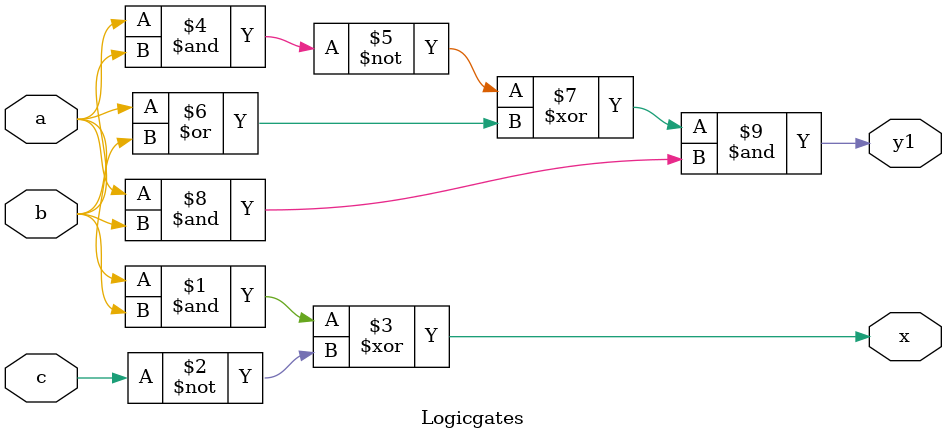
<source format=sv>
`timescale 1ns / 1ps


module Logicgates(
input a,b,c,
output x,y1
    );
    assign x = (a&b) ^ ~(c);
    assign y1 = (~(a&b)^(a|b))& (a&b);
endmodule

</source>
